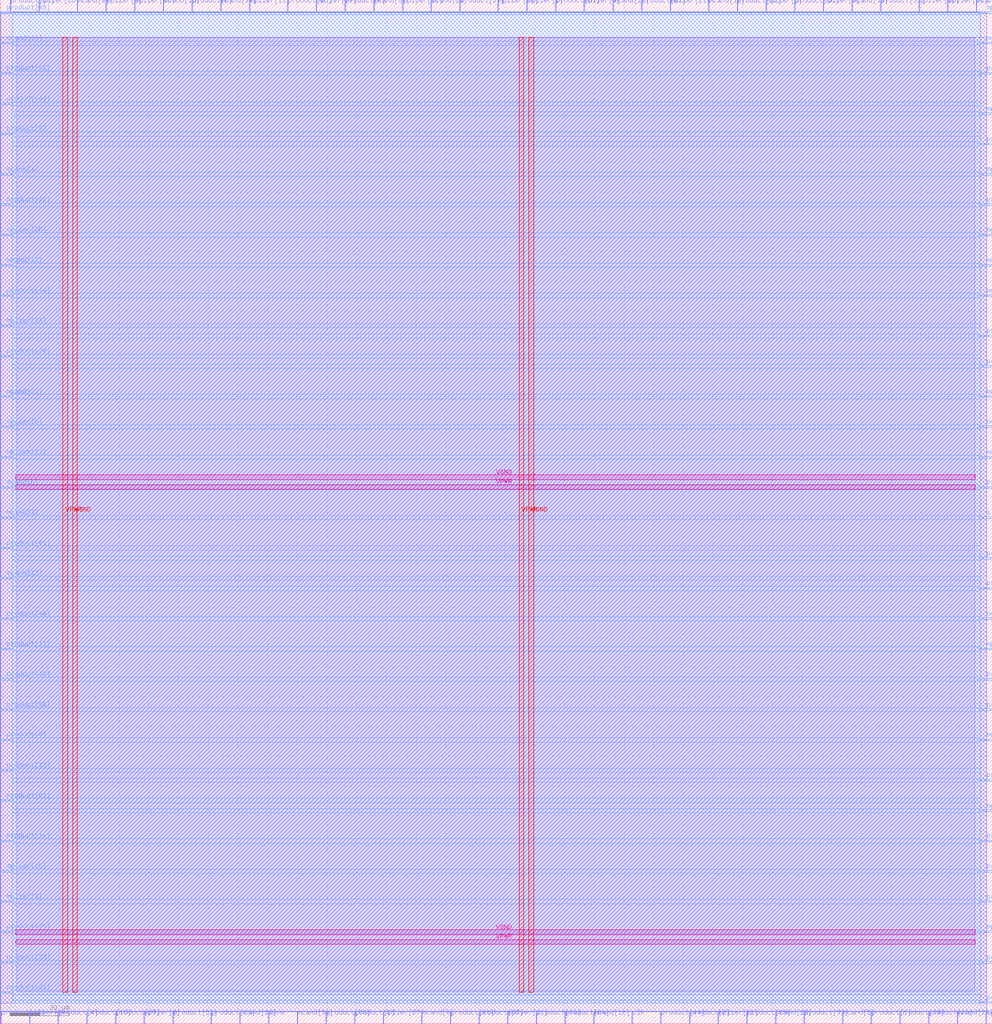
<source format=lef>
VERSION 5.7 ;
  NOWIREEXTENSIONATPIN ON ;
  DIVIDERCHAR "/" ;
  BUSBITCHARS "[]" ;
MACRO sequential_multiplier_32x32
  CLASS BLOCK ;
  FOREIGN sequential_multiplier_32x32 ;
  ORIGIN 0.000 0.000 ;
  SIZE 333.955 BY 344.675 ;
  PIN VGND
    DIRECTION INOUT ;
    USE GROUND ;
    PORT
      LAYER met4 ;
        RECT 24.340 10.640 25.940 332.080 ;
    END
    PORT
      LAYER met4 ;
        RECT 177.940 10.640 179.540 332.080 ;
    END
    PORT
      LAYER met5 ;
        RECT 5.280 30.030 328.220 31.630 ;
    END
    PORT
      LAYER met5 ;
        RECT 5.280 183.210 328.220 184.810 ;
    END
  END VGND
  PIN VPWR
    DIRECTION INOUT ;
    USE POWER ;
    PORT
      LAYER met4 ;
        RECT 21.040 10.640 22.640 332.080 ;
    END
    PORT
      LAYER met4 ;
        RECT 174.640 10.640 176.240 332.080 ;
    END
    PORT
      LAYER met5 ;
        RECT 5.280 26.730 328.220 28.330 ;
    END
    PORT
      LAYER met5 ;
        RECT 5.280 179.910 328.220 181.510 ;
    END
  END VPWR
  PIN clk
    DIRECTION INPUT ;
    USE SIGNAL ;
    ANTENNAGATEAREA 0.852000 ;
    PORT
      LAYER met2 ;
        RECT 212.610 0.000 212.890 4.000 ;
    END
  END clk
  PIN done
    DIRECTION OUTPUT TRISTATE ;
    USE SIGNAL ;
    ANTENNADIFFAREA 0.795200 ;
    PORT
      LAYER met2 ;
        RECT 90.250 0.000 90.530 4.000 ;
    END
  END done
  PIN mcand[0]
    DIRECTION INPUT ;
    USE SIGNAL ;
    ANTENNAGATEAREA 0.213000 ;
    PORT
      LAYER met2 ;
        RECT 141.770 0.000 142.050 4.000 ;
    END
  END mcand[0]
  PIN mcand[10]
    DIRECTION INPUT ;
    USE SIGNAL ;
    ANTENNAGATEAREA 0.213000 ;
    PORT
      LAYER met2 ;
        RECT 199.730 0.000 200.010 4.000 ;
    END
  END mcand[10]
  PIN mcand[11]
    DIRECTION INPUT ;
    USE SIGNAL ;
    ANTENNAGATEAREA 0.159000 ;
    PORT
      LAYER met3 ;
        RECT 0.000 329.840 4.000 330.440 ;
    END
  END mcand[11]
  PIN mcand[12]
    DIRECTION INPUT ;
    USE SIGNAL ;
    ANTENNAGATEAREA 0.159000 ;
    PORT
      LAYER met3 ;
        RECT 0.000 149.640 4.000 150.240 ;
    END
  END mcand[12]
  PIN mcand[13]
    DIRECTION INPUT ;
    USE SIGNAL ;
    ANTENNAGATEAREA 0.213000 ;
    PORT
      LAYER met3 ;
        RECT 329.955 244.840 333.955 245.440 ;
    END
  END mcand[13]
  PIN mcand[14]
    DIRECTION INPUT ;
    USE SIGNAL ;
    ANTENNAGATEAREA 0.213000 ;
    PORT
      LAYER met3 ;
        RECT 329.955 95.240 333.955 95.840 ;
    END
  END mcand[14]
  PIN mcand[15]
    DIRECTION INPUT ;
    USE SIGNAL ;
    ANTENNAGATEAREA 0.159000 ;
    PORT
      LAYER met2 ;
        RECT 54.830 340.675 55.110 344.675 ;
    END
  END mcand[15]
  PIN mcand[16]
    DIRECTION INPUT ;
    USE SIGNAL ;
    ANTENNAGATEAREA 0.213000 ;
    PORT
      LAYER met3 ;
        RECT 329.955 190.440 333.955 191.040 ;
    END
  END mcand[16]
  PIN mcand[17]
    DIRECTION INPUT ;
    USE SIGNAL ;
    ANTENNAGATEAREA 0.196500 ;
    PORT
      LAYER met2 ;
        RECT 238.370 340.675 238.650 344.675 ;
    END
  END mcand[17]
  PIN mcand[18]
    DIRECTION INPUT ;
    USE SIGNAL ;
    ANTENNAGATEAREA 0.196500 ;
    PORT
      LAYER met2 ;
        RECT 286.670 340.675 286.950 344.675 ;
    END
  END mcand[18]
  PIN mcand[19]
    DIRECTION INPUT ;
    USE SIGNAL ;
    ANTENNAGATEAREA 0.213000 ;
    PORT
      LAYER met2 ;
        RECT 328.530 340.675 328.810 344.675 ;
    END
  END mcand[19]
  PIN mcand[1]
    DIRECTION INPUT ;
    USE SIGNAL ;
    ANTENNAGATEAREA 0.213000 ;
    PORT
      LAYER met3 ;
        RECT 329.955 200.640 333.955 201.240 ;
    END
  END mcand[1]
  PIN mcand[20]
    DIRECTION INPUT ;
    USE SIGNAL ;
    ANTENNAGATEAREA 0.126000 ;
    PORT
      LAYER met3 ;
        RECT 329.955 255.040 333.955 255.640 ;
    END
  END mcand[20]
  PIN mcand[21]
    DIRECTION INPUT ;
    USE SIGNAL ;
    ANTENNAGATEAREA 0.159000 ;
    PORT
      LAYER met2 ;
        RECT 80.590 0.000 80.870 4.000 ;
    END
  END mcand[21]
  PIN mcand[22]
    DIRECTION INPUT ;
    USE SIGNAL ;
    ANTENNAGATEAREA 0.213000 ;
    PORT
      LAYER met3 ;
        RECT 0.000 210.840 4.000 211.440 ;
    END
  END mcand[22]
  PIN mcand[23]
    DIRECTION INPUT ;
    USE SIGNAL ;
    ANTENNAGATEAREA 0.159000 ;
    PORT
      LAYER met2 ;
        RECT 260.910 0.000 261.190 4.000 ;
    END
  END mcand[23]
  PIN mcand[24]
    DIRECTION INPUT ;
    USE SIGNAL ;
    ANTENNAGATEAREA 0.213000 ;
    PORT
      LAYER met2 ;
        RECT 144.990 340.675 145.270 344.675 ;
    END
  END mcand[24]
  PIN mcand[25]
    DIRECTION INPUT ;
    USE SIGNAL ;
    ANTENNAGATEAREA 0.159000 ;
    PORT
      LAYER met2 ;
        RECT 322.090 0.000 322.370 4.000 ;
    END
  END mcand[25]
  PIN mcand[26]
    DIRECTION INPUT ;
    USE SIGNAL ;
    ANTENNAGATEAREA 0.159000 ;
    PORT
      LAYER met2 ;
        RECT 331.750 0.000 332.030 4.000 ;
    END
  END mcand[26]
  PIN mcand[27]
    DIRECTION INPUT ;
    USE SIGNAL ;
    ANTENNAGATEAREA 0.159000 ;
    PORT
      LAYER met2 ;
        RECT 206.170 340.675 206.450 344.675 ;
    END
  END mcand[27]
  PIN mcand[28]
    DIRECTION INPUT ;
    USE SIGNAL ;
    ANTENNAGATEAREA 0.213000 ;
    PORT
      LAYER met3 ;
        RECT 329.955 210.840 333.955 211.440 ;
    END
  END mcand[28]
  PIN mcand[29]
    DIRECTION INPUT ;
    USE SIGNAL ;
    ANTENNAGATEAREA 0.213000 ;
    PORT
      LAYER met2 ;
        RECT 74.150 340.675 74.430 344.675 ;
    END
  END mcand[29]
  PIN mcand[2]
    DIRECTION INPUT ;
    USE SIGNAL ;
    ANTENNAGATEAREA 0.213000 ;
    PORT
      LAYER met2 ;
        RECT 283.450 0.000 283.730 4.000 ;
    END
  END mcand[2]
  PIN mcand[30]
    DIRECTION INPUT ;
    USE SIGNAL ;
    ANTENNAGATEAREA 0.213000 ;
    PORT
      LAYER met2 ;
        RECT 99.910 0.000 100.190 4.000 ;
    END
  END mcand[30]
  PIN mcand[31]
    DIRECTION INPUT ;
    USE SIGNAL ;
    ANTENNAGATEAREA 0.126000 ;
    PORT
      LAYER met3 ;
        RECT 0.000 255.040 4.000 255.640 ;
    END
  END mcand[31]
  PIN mcand[3]
    DIRECTION INPUT ;
    USE SIGNAL ;
    ANTENNAGATEAREA 0.213000 ;
    PORT
      LAYER met3 ;
        RECT 0.000 170.040 4.000 170.640 ;
    END
  END mcand[3]
  PIN mcand[4]
    DIRECTION INPUT ;
    USE SIGNAL ;
    ANTENNAGATEAREA 0.159000 ;
    PORT
      LAYER met3 ;
        RECT 0.000 285.640 4.000 286.240 ;
    END
  END mcand[4]
  PIN mcand[5]
    DIRECTION INPUT ;
    USE SIGNAL ;
    ANTENNAGATEAREA 0.213000 ;
    PORT
      LAYER met2 ;
        RECT 125.670 340.675 125.950 344.675 ;
    END
  END mcand[5]
  PIN mcand[6]
    DIRECTION INPUT ;
    USE SIGNAL ;
    ANTENNAGATEAREA 0.159000 ;
    PORT
      LAYER met3 ;
        RECT 0.000 180.240 4.000 180.840 ;
    END
  END mcand[6]
  PIN mcand[7]
    DIRECTION INPUT ;
    USE SIGNAL ;
    ANTENNAGATEAREA 0.213000 ;
    PORT
      LAYER met3 ;
        RECT 329.955 136.040 333.955 136.640 ;
    END
  END mcand[7]
  PIN mcand[8]
    DIRECTION INPUT ;
    USE SIGNAL ;
    ANTENNAGATEAREA 0.126000 ;
    PORT
      LAYER met2 ;
        RECT 25.850 340.675 26.130 344.675 ;
    END
  END mcand[8]
  PIN mcand[9]
    DIRECTION INPUT ;
    USE SIGNAL ;
    ANTENNAGATEAREA 0.159000 ;
    PORT
      LAYER met3 ;
        RECT 329.955 329.840 333.955 330.440 ;
    END
  END mcand[9]
  PIN mplier[0]
    DIRECTION INPUT ;
    USE SIGNAL ;
    ANTENNAGATEAREA 0.213000 ;
    PORT
      LAYER met3 ;
        RECT 329.955 30.640 333.955 31.240 ;
    END
  END mplier[0]
  PIN mplier[10]
    DIRECTION INPUT ;
    USE SIGNAL ;
    ANTENNAGATEAREA 0.213000 ;
    PORT
      LAYER met2 ;
        RECT 45.170 340.675 45.450 344.675 ;
    END
  END mplier[10]
  PIN mplier[11]
    DIRECTION INPUT ;
    USE SIGNAL ;
    ANTENNAGATEAREA 0.213000 ;
    PORT
      LAYER met2 ;
        RECT 135.330 340.675 135.610 344.675 ;
    END
  END mplier[11]
  PIN mplier[12]
    DIRECTION INPUT ;
    USE SIGNAL ;
    ANTENNAGATEAREA 0.126000 ;
    PORT
      LAYER met3 ;
        RECT 0.000 190.440 4.000 191.040 ;
    END
  END mplier[12]
  PIN mplier[13]
    DIRECTION INPUT ;
    USE SIGNAL ;
    ANTENNAGATEAREA 0.213000 ;
    PORT
      LAYER met2 ;
        RECT 83.810 340.675 84.090 344.675 ;
    END
  END mplier[13]
  PIN mplier[14]
    DIRECTION INPUT ;
    USE SIGNAL ;
    ANTENNAGATEAREA 0.213000 ;
    PORT
      LAYER met3 ;
        RECT 329.955 306.040 333.955 306.640 ;
    END
  END mplier[14]
  PIN mplier[15]
    DIRECTION INPUT ;
    USE SIGNAL ;
    ANTENNAGATEAREA 0.196500 ;
    PORT
      LAYER met3 ;
        RECT 0.000 51.040 4.000 51.640 ;
    END
  END mplier[15]
  PIN mplier[16]
    DIRECTION INPUT ;
    USE SIGNAL ;
    ANTENNAGATEAREA 0.196500 ;
    PORT
      LAYER met3 ;
        RECT 329.955 125.840 333.955 126.440 ;
    END
  END mplier[16]
  PIN mplier[17]
    DIRECTION INPUT ;
    USE SIGNAL ;
    ANTENNAGATEAREA 0.159000 ;
    PORT
      LAYER met2 ;
        RECT 309.210 340.675 309.490 344.675 ;
    END
  END mplier[17]
  PIN mplier[18]
    DIRECTION INPUT ;
    USE SIGNAL ;
    ANTENNAGATEAREA 0.159000 ;
    PORT
      LAYER met3 ;
        RECT 329.955 265.240 333.955 265.840 ;
    END
  END mplier[18]
  PIN mplier[19]
    DIRECTION INPUT ;
    USE SIGNAL ;
    ANTENNAGATEAREA 0.196500 ;
    PORT
      LAYER met3 ;
        RECT 329.955 71.440 333.955 72.040 ;
    END
  END mplier[19]
  PIN mplier[1]
    DIRECTION INPUT ;
    USE SIGNAL ;
    ANTENNAGATEAREA 0.213000 ;
    PORT
      LAYER met2 ;
        RECT 177.190 340.675 177.470 344.675 ;
    END
  END mplier[1]
  PIN mplier[20]
    DIRECTION INPUT ;
    USE SIGNAL ;
    ANTENNAGATEAREA 0.213000 ;
    PORT
      LAYER met2 ;
        RECT 9.750 0.000 10.030 4.000 ;
    END
  END mplier[20]
  PIN mplier[21]
    DIRECTION INPUT ;
    USE SIGNAL ;
    ANTENNAGATEAREA 0.213000 ;
    PORT
      LAYER met2 ;
        RECT 225.490 340.675 225.770 344.675 ;
    END
  END mplier[21]
  PIN mplier[22]
    DIRECTION INPUT ;
    USE SIGNAL ;
    ANTENNAGATEAREA 0.196500 ;
    PORT
      LAYER met2 ;
        RECT 241.590 0.000 241.870 4.000 ;
    END
  END mplier[22]
  PIN mplier[23]
    DIRECTION INPUT ;
    USE SIGNAL ;
    ANTENNAGATEAREA 0.159000 ;
    PORT
      LAYER met2 ;
        RECT 318.870 340.675 319.150 344.675 ;
    END
  END mplier[23]
  PIN mplier[24]
    DIRECTION INPUT ;
    USE SIGNAL ;
    ANTENNAGATEAREA 0.159000 ;
    PORT
      LAYER met3 ;
        RECT 0.000 234.640 4.000 235.240 ;
    END
  END mplier[24]
  PIN mplier[25]
    DIRECTION INPUT ;
    USE SIGNAL ;
    ANTENNAGATEAREA 0.159000 ;
    PORT
      LAYER met3 ;
        RECT 0.000 265.240 4.000 265.840 ;
    END
  END mplier[25]
  PIN mplier[26]
    DIRECTION INPUT ;
    USE SIGNAL ;
    ANTENNAGATEAREA 0.159000 ;
    PORT
      LAYER met2 ;
        RECT 12.970 340.675 13.250 344.675 ;
    END
  END mplier[26]
  PIN mplier[27]
    DIRECTION INPUT ;
    USE SIGNAL ;
    ANTENNAGATEAREA 0.196500 ;
    PORT
      LAYER met2 ;
        RECT 128.890 0.000 129.170 4.000 ;
    END
  END mplier[27]
  PIN mplier[28]
    DIRECTION INPUT ;
    USE SIGNAL ;
    ANTENNAGATEAREA 0.213000 ;
    PORT
      LAYER met2 ;
        RECT 167.530 340.675 167.810 344.675 ;
    END
  END mplier[28]
  PIN mplier[29]
    DIRECTION INPUT ;
    USE SIGNAL ;
    ANTENNAGATEAREA 0.159000 ;
    PORT
      LAYER met2 ;
        RECT 106.350 340.675 106.630 344.675 ;
    END
  END mplier[29]
  PIN mplier[2]
    DIRECTION INPUT ;
    USE SIGNAL ;
    ANTENNAGATEAREA 0.126000 ;
    PORT
      LAYER met2 ;
        RECT 48.390 0.000 48.670 4.000 ;
    END
  END mplier[2]
  PIN mplier[30]
    DIRECTION INPUT ;
    USE SIGNAL ;
    ANTENNAGATEAREA 0.159000 ;
    PORT
      LAYER met3 ;
        RECT 329.955 340.040 333.955 340.640 ;
    END
  END mplier[30]
  PIN mplier[31]
    DIRECTION INPUT ;
    USE SIGNAL ;
    ANTENNAGATEAREA 0.196500 ;
    PORT
      LAYER met2 ;
        RECT 170.750 0.000 171.030 4.000 ;
    END
  END mplier[31]
  PIN mplier[3]
    DIRECTION INPUT ;
    USE SIGNAL ;
    ANTENNAGATEAREA 0.126000 ;
    PORT
      LAYER met3 ;
        RECT 0.000 40.840 4.000 41.440 ;
    END
  END mplier[3]
  PIN mplier[4]
    DIRECTION INPUT ;
    USE SIGNAL ;
    ANTENNAGATEAREA 0.213000 ;
    PORT
      LAYER met2 ;
        RECT 196.510 340.675 196.790 344.675 ;
    END
  END mplier[4]
  PIN mplier[5]
    DIRECTION INPUT ;
    USE SIGNAL ;
    ANTENNAGATEAREA 0.159000 ;
    PORT
      LAYER met2 ;
        RECT 257.690 340.675 257.970 344.675 ;
    END
  END mplier[5]
  PIN mplier[6]
    DIRECTION INPUT ;
    USE SIGNAL ;
    ANTENNAGATEAREA 0.213000 ;
    PORT
      LAYER met3 ;
        RECT 0.000 200.640 4.000 201.240 ;
    END
  END mplier[6]
  PIN mplier[7]
    DIRECTION INPUT ;
    USE SIGNAL ;
    ANTENNAGATEAREA 0.159000 ;
    PORT
      LAYER met3 ;
        RECT 329.955 285.640 333.955 286.240 ;
    END
  END mplier[7]
  PIN mplier[8]
    DIRECTION INPUT ;
    USE SIGNAL ;
    ANTENNAGATEAREA 0.159000 ;
    PORT
      LAYER met2 ;
        RECT 277.010 340.675 277.290 344.675 ;
    END
  END mplier[8]
  PIN mplier[9]
    DIRECTION INPUT ;
    USE SIGNAL ;
    ANTENNAGATEAREA 0.213000 ;
    PORT
      LAYER met2 ;
        RECT 35.510 340.675 35.790 344.675 ;
    END
  END mplier[9]
  PIN product[0]
    DIRECTION OUTPUT TRISTATE ;
    USE SIGNAL ;
    ANTENNADIFFAREA 0.795200 ;
    PORT
      LAYER met2 ;
        RECT 116.010 340.675 116.290 344.675 ;
    END
  END product[0]
  PIN product[10]
    DIRECTION OUTPUT TRISTATE ;
    USE SIGNAL ;
    ANTENNADIFFAREA 0.795200 ;
    PORT
      LAYER met3 ;
        RECT 0.000 61.240 4.000 61.840 ;
    END
  END product[10]
  PIN product[11]
    DIRECTION OUTPUT TRISTATE ;
    USE SIGNAL ;
    ANTENNADIFFAREA 0.795200 ;
    PORT
      LAYER met3 ;
        RECT 0.000 125.840 4.000 126.440 ;
    END
  END product[11]
  PIN product[12]
    DIRECTION OUTPUT TRISTATE ;
    USE SIGNAL ;
    ANTENNADIFFAREA 0.445500 ;
    PORT
      LAYER met3 ;
        RECT 329.955 146.240 333.955 146.840 ;
    END
  END product[12]
  PIN product[13]
    DIRECTION OUTPUT TRISTATE ;
    USE SIGNAL ;
    ANTENNADIFFAREA 0.445500 ;
    PORT
      LAYER met3 ;
        RECT 329.955 105.440 333.955 106.040 ;
    END
  END product[13]
  PIN product[14]
    DIRECTION OUTPUT TRISTATE ;
    USE SIGNAL ;
    ANTENNADIFFAREA 0.795200 ;
    PORT
      LAYER met3 ;
        RECT 0.000 244.840 4.000 245.440 ;
    END
  END product[14]
  PIN product[15]
    DIRECTION OUTPUT TRISTATE ;
    USE SIGNAL ;
    ANTENNADIFFAREA 0.795200 ;
    PORT
      LAYER met2 ;
        RECT 29.070 0.000 29.350 4.000 ;
    END
  END product[15]
  PIN product[16]
    DIRECTION OUTPUT TRISTATE ;
    USE SIGNAL ;
    ANTENNADIFFAREA 0.795200 ;
    PORT
      LAYER met3 ;
        RECT 329.955 6.840 333.955 7.440 ;
    END
  END product[16]
  PIN product[17]
    DIRECTION OUTPUT TRISTATE ;
    USE SIGNAL ;
    ANTENNADIFFAREA 0.795200 ;
    PORT
      LAYER met3 ;
        RECT 329.955 115.640 333.955 116.240 ;
    END
  END product[17]
  PIN product[18]
    DIRECTION OUTPUT TRISTATE ;
    USE SIGNAL ;
    ANTENNADIFFAREA 0.795200 ;
    PORT
      LAYER met3 ;
        RECT 0.000 85.040 4.000 85.640 ;
    END
  END product[18]
  PIN product[19]
    DIRECTION OUTPUT TRISTATE ;
    USE SIGNAL ;
    ANTENNADIFFAREA 0.795200 ;
    PORT
      LAYER met3 ;
        RECT 329.955 61.240 333.955 61.840 ;
    END
  END product[19]
  PIN product[1]
    DIRECTION OUTPUT TRISTATE ;
    USE SIGNAL ;
    ANTENNADIFFAREA 0.795200 ;
    PORT
      LAYER met2 ;
        RECT 293.110 0.000 293.390 4.000 ;
    END
  END product[1]
  PIN product[20]
    DIRECTION OUTPUT TRISTATE ;
    USE SIGNAL ;
    ANTENNADIFFAREA 0.795200 ;
    PORT
      LAYER met2 ;
        RECT 151.430 0.000 151.710 4.000 ;
    END
  END product[20]
  PIN product[21]
    DIRECTION OUTPUT TRISTATE ;
    USE SIGNAL ;
    ANTENNADIFFAREA 0.795200 ;
    PORT
      LAYER met3 ;
        RECT 0.000 10.240 4.000 10.840 ;
    END
  END product[21]
  PIN product[22]
    DIRECTION OUTPUT TRISTATE ;
    USE SIGNAL ;
    ANTENNADIFFAREA 0.445500 ;
    PORT
      LAYER met3 ;
        RECT 329.955 319.640 333.955 320.240 ;
    END
  END product[22]
  PIN product[23]
    DIRECTION OUTPUT TRISTATE ;
    USE SIGNAL ;
    ANTENNADIFFAREA 0.795200 ;
    PORT
      LAYER met2 ;
        RECT 70.930 0.000 71.210 4.000 ;
    END
  END product[23]
  PIN product[24]
    DIRECTION OUTPUT TRISTATE ;
    USE SIGNAL ;
    ANTENNADIFFAREA 0.795200 ;
    PORT
      LAYER met3 ;
        RECT 329.955 40.840 333.955 41.440 ;
    END
  END product[24]
  PIN product[25]
    DIRECTION OUTPUT TRISTATE ;
    USE SIGNAL ;
    ANTENNADIFFAREA 0.795200 ;
    PORT
      LAYER met3 ;
        RECT 0.000 30.640 4.000 31.240 ;
    END
  END product[25]
  PIN product[26]
    DIRECTION OUTPUT TRISTATE ;
    USE SIGNAL ;
    ANTENNADIFFAREA 0.795200 ;
    PORT
      LAYER met2 ;
        RECT 312.430 0.000 312.710 4.000 ;
    END
  END product[26]
  PIN product[27]
    DIRECTION OUTPUT TRISTATE ;
    USE SIGNAL ;
    ANTENNADIFFAREA 0.795200 ;
    PORT
      LAYER met2 ;
        RECT 154.650 340.675 154.930 344.675 ;
    END
  END product[27]
  PIN product[28]
    DIRECTION OUTPUT TRISTATE ;
    USE SIGNAL ;
    ANTENNADIFFAREA 0.795200 ;
    PORT
      LAYER met2 ;
        RECT 251.250 0.000 251.530 4.000 ;
    END
  END product[28]
  PIN product[29]
    DIRECTION OUTPUT TRISTATE ;
    USE SIGNAL ;
    ANTENNADIFFAREA 0.795200 ;
    PORT
      LAYER met2 ;
        RECT 38.730 0.000 39.010 4.000 ;
    END
  END product[29]
  PIN product[2]
    DIRECTION OUTPUT TRISTATE ;
    USE SIGNAL ;
    ANTENNADIFFAREA 0.795200 ;
    PORT
      LAYER met2 ;
        RECT 119.230 0.000 119.510 4.000 ;
    END
  END product[2]
  PIN product[30]
    DIRECTION OUTPUT TRISTATE ;
    USE SIGNAL ;
    ANTENNADIFFAREA 0.445500 ;
    PORT
      LAYER met3 ;
        RECT 329.955 20.440 333.955 21.040 ;
    END
  END product[30]
  PIN product[31]
    DIRECTION OUTPUT TRISTATE ;
    USE SIGNAL ;
    ANTENNADIFFAREA 0.445500 ;
    PORT
      LAYER met3 ;
        RECT 329.955 231.240 333.955 231.840 ;
    END
  END product[31]
  PIN product[32]
    DIRECTION OUTPUT TRISTATE ;
    USE SIGNAL ;
    ANTENNADIFFAREA 0.795200 ;
    PORT
      LAYER met3 ;
        RECT 329.955 156.440 333.955 157.040 ;
    END
  END product[32]
  PIN product[33]
    DIRECTION OUTPUT TRISTATE ;
    USE SIGNAL ;
    ANTENNADIFFAREA 0.795200 ;
    PORT
      LAYER met2 ;
        RECT 270.570 0.000 270.850 4.000 ;
    END
  END product[33]
  PIN product[34]
    DIRECTION OUTPUT TRISTATE ;
    USE SIGNAL ;
    ANTENNADIFFAREA 0.795200 ;
    PORT
      LAYER met3 ;
        RECT 0.000 224.440 4.000 225.040 ;
    END
  END product[34]
  PIN product[35]
    DIRECTION OUTPUT TRISTATE ;
    USE SIGNAL ;
    ANTENNADIFFAREA 0.445500 ;
    PORT
      LAYER met3 ;
        RECT 329.955 81.640 333.955 82.240 ;
    END
  END product[35]
  PIN product[36]
    DIRECTION OUTPUT TRISTATE ;
    USE SIGNAL ;
    ANTENNADIFFAREA 0.795200 ;
    PORT
      LAYER met3 ;
        RECT 0.000 20.440 4.000 21.040 ;
    END
  END product[36]
  PIN product[37]
    DIRECTION OUTPUT TRISTATE ;
    USE SIGNAL ;
    ANTENNADIFFAREA 0.445500 ;
    PORT
      LAYER met3 ;
        RECT 329.955 180.240 333.955 180.840 ;
    END
  END product[37]
  PIN product[38]
    DIRECTION OUTPUT TRISTATE ;
    USE SIGNAL ;
    ANTENNADIFFAREA 0.795200 ;
    PORT
      LAYER met3 ;
        RECT 329.955 275.440 333.955 276.040 ;
    END
  END product[38]
  PIN product[39]
    DIRECTION OUTPUT TRISTATE ;
    USE SIGNAL ;
    ANTENNADIFFAREA 0.795200 ;
    PORT
      LAYER met2 ;
        RECT 302.770 0.000 303.050 4.000 ;
    END
  END product[39]
  PIN product[3]
    DIRECTION OUTPUT TRISTATE ;
    USE SIGNAL ;
    ANTENNADIFFAREA 0.795200 ;
    PORT
      LAYER met3 ;
        RECT 329.955 295.840 333.955 296.440 ;
    END
  END product[3]
  PIN product[40]
    DIRECTION OUTPUT TRISTATE ;
    USE SIGNAL ;
    ANTENNADIFFAREA 0.795200 ;
    PORT
      LAYER met3 ;
        RECT 0.000 309.440 4.000 310.040 ;
    END
  END product[40]
  PIN product[41]
    DIRECTION OUTPUT TRISTATE ;
    USE SIGNAL ;
    ANTENNADIFFAREA 0.795200 ;
    PORT
      LAYER met3 ;
        RECT 0.000 159.840 4.000 160.440 ;
    END
  END product[41]
  PIN product[42]
    DIRECTION OUTPUT TRISTATE ;
    USE SIGNAL ;
    ANTENNADIFFAREA 0.795200 ;
    PORT
      LAYER met3 ;
        RECT 0.000 115.640 4.000 116.240 ;
    END
  END product[42]
  PIN product[43]
    DIRECTION OUTPUT TRISTATE ;
    USE SIGNAL ;
    ANTENNADIFFAREA 0.795200 ;
    PORT
      LAYER met2 ;
        RECT 0.090 0.000 0.370 4.000 ;
    END
  END product[43]
  PIN product[44]
    DIRECTION OUTPUT TRISTATE ;
    USE SIGNAL ;
    ANTENNADIFFAREA 0.795200 ;
    PORT
      LAYER met2 ;
        RECT 222.270 0.000 222.550 4.000 ;
    END
  END product[44]
  PIN product[45]
    DIRECTION OUTPUT TRISTATE ;
    USE SIGNAL ;
    ANTENNADIFFAREA 0.795200 ;
    PORT
      LAYER met3 ;
        RECT 0.000 340.040 4.000 340.640 ;
    END
  END product[45]
  PIN product[46]
    DIRECTION OUTPUT TRISTATE ;
    USE SIGNAL ;
    ANTENNADIFFAREA 0.795200 ;
    PORT
      LAYER met2 ;
        RECT 96.690 340.675 96.970 344.675 ;
    END
  END product[46]
  PIN product[47]
    DIRECTION OUTPUT TRISTATE ;
    USE SIGNAL ;
    ANTENNADIFFAREA 0.795200 ;
    PORT
      LAYER met2 ;
        RECT 215.830 340.675 216.110 344.675 ;
    END
  END product[47]
  PIN product[48]
    DIRECTION OUTPUT TRISTATE ;
    USE SIGNAL ;
    ANTENNADIFFAREA 0.795200 ;
    PORT
      LAYER met3 ;
        RECT 0.000 275.440 4.000 276.040 ;
    END
  END product[48]
  PIN product[49]
    DIRECTION OUTPUT TRISTATE ;
    USE SIGNAL ;
    ANTENNADIFFAREA 0.795200 ;
    PORT
      LAYER met3 ;
        RECT 0.000 136.040 4.000 136.640 ;
    END
  END product[49]
  PIN product[4]
    DIRECTION OUTPUT TRISTATE ;
    USE SIGNAL ;
    ANTENNADIFFAREA 0.795200 ;
    PORT
      LAYER met2 ;
        RECT 19.410 0.000 19.690 4.000 ;
    END
  END product[4]
  PIN product[50]
    DIRECTION OUTPUT TRISTATE ;
    USE SIGNAL ;
    ANTENNADIFFAREA 0.795200 ;
    PORT
      LAYER met2 ;
        RECT 267.350 340.675 267.630 344.675 ;
    END
  END product[50]
  PIN product[51]
    DIRECTION OUTPUT TRISTATE ;
    USE SIGNAL ;
    ANTENNADIFFAREA 0.795200 ;
    PORT
      LAYER met2 ;
        RECT 186.850 340.675 187.130 344.675 ;
    END
  END product[51]
  PIN product[52]
    DIRECTION OUTPUT TRISTATE ;
    USE SIGNAL ;
    ANTENNADIFFAREA 0.795200 ;
    PORT
      LAYER met2 ;
        RECT 161.090 0.000 161.370 4.000 ;
    END
  END product[52]
  PIN product[53]
    DIRECTION OUTPUT TRISTATE ;
    USE SIGNAL ;
    ANTENNADIFFAREA 0.795200 ;
    PORT
      LAYER met2 ;
        RECT 296.330 340.675 296.610 344.675 ;
    END
  END product[53]
  PIN product[54]
    DIRECTION OUTPUT TRISTATE ;
    USE SIGNAL ;
    ANTENNADIFFAREA 0.445500 ;
    PORT
      LAYER met3 ;
        RECT 329.955 51.040 333.955 51.640 ;
    END
  END product[54]
  PIN product[55]
    DIRECTION OUTPUT TRISTATE ;
    USE SIGNAL ;
    ANTENNADIFFAREA 0.795200 ;
    PORT
      LAYER met3 ;
        RECT 0.000 319.640 4.000 320.240 ;
    END
  END product[55]
  PIN product[56]
    DIRECTION OUTPUT TRISTATE ;
    USE SIGNAL ;
    ANTENNADIFFAREA 0.795200 ;
    PORT
      LAYER met3 ;
        RECT 0.000 105.440 4.000 106.040 ;
    END
  END product[56]
  PIN product[57]
    DIRECTION OUTPUT TRISTATE ;
    USE SIGNAL ;
    ANTENNADIFFAREA 0.795200 ;
    PORT
      LAYER met2 ;
        RECT 58.050 0.000 58.330 4.000 ;
    END
  END product[57]
  PIN product[58]
    DIRECTION OUTPUT TRISTATE ;
    USE SIGNAL ;
    ANTENNADIFFAREA 0.795200 ;
    PORT
      LAYER met2 ;
        RECT 109.570 0.000 109.850 4.000 ;
    END
  END product[58]
  PIN product[59]
    DIRECTION OUTPUT TRISTATE ;
    USE SIGNAL ;
    ANTENNADIFFAREA 0.795200 ;
    PORT
      LAYER met2 ;
        RECT 180.410 0.000 180.690 4.000 ;
    END
  END product[59]
  PIN product[5]
    DIRECTION OUTPUT TRISTATE ;
    USE SIGNAL ;
    ANTENNADIFFAREA 0.445500 ;
    PORT
      LAYER met3 ;
        RECT 329.955 221.040 333.955 221.640 ;
    END
  END product[5]
  PIN product[60]
    DIRECTION OUTPUT TRISTATE ;
    USE SIGNAL ;
    ANTENNADIFFAREA 0.795200 ;
    PORT
      LAYER met2 ;
        RECT 190.070 0.000 190.350 4.000 ;
    END
  END product[60]
  PIN product[61]
    DIRECTION OUTPUT TRISTATE ;
    USE SIGNAL ;
    ANTENNADIFFAREA 0.795200 ;
    PORT
      LAYER met3 ;
        RECT 0.000 74.840 4.000 75.440 ;
    END
  END product[61]
  PIN product[62]
    DIRECTION OUTPUT TRISTATE ;
    USE SIGNAL ;
    ANTENNADIFFAREA 0.795200 ;
    PORT
      LAYER met2 ;
        RECT 248.030 340.675 248.310 344.675 ;
    END
  END product[62]
  PIN product[63]
    DIRECTION OUTPUT TRISTATE ;
    USE SIGNAL ;
    ANTENNADIFFAREA 0.795200 ;
    PORT
      LAYER met2 ;
        RECT 3.310 340.675 3.590 344.675 ;
    END
  END product[63]
  PIN product[6]
    DIRECTION OUTPUT TRISTATE ;
    USE SIGNAL ;
    ANTENNADIFFAREA 0.795200 ;
    PORT
      LAYER met2 ;
        RECT 64.490 340.675 64.770 344.675 ;
    END
  END product[6]
  PIN product[7]
    DIRECTION OUTPUT TRISTATE ;
    USE SIGNAL ;
    ANTENNADIFFAREA 0.795200 ;
    PORT
      LAYER met2 ;
        RECT 231.930 0.000 232.210 4.000 ;
    END
  END product[7]
  PIN product[8]
    DIRECTION OUTPUT TRISTATE ;
    USE SIGNAL ;
    ANTENNADIFFAREA 0.795200 ;
    PORT
      LAYER met3 ;
        RECT 0.000 95.240 4.000 95.840 ;
    END
  END product[8]
  PIN product[9]
    DIRECTION OUTPUT TRISTATE ;
    USE SIGNAL ;
    ANTENNADIFFAREA 0.795200 ;
    PORT
      LAYER met3 ;
        RECT 0.000 299.240 4.000 299.840 ;
    END
  END product[9]
  PIN st
    DIRECTION INPUT ;
    USE SIGNAL ;
    ANTENNAGATEAREA 0.213000 ;
    PORT
      LAYER met3 ;
        RECT 329.955 170.040 333.955 170.640 ;
    END
  END st
  OBS
      LAYER li1 ;
        RECT 5.520 10.795 327.980 331.925 ;
      LAYER met1 ;
        RECT 0.070 6.840 332.050 332.080 ;
      LAYER met2 ;
        RECT 0.100 340.395 3.030 340.675 ;
        RECT 3.870 340.395 12.690 340.675 ;
        RECT 13.530 340.395 25.570 340.675 ;
        RECT 26.410 340.395 35.230 340.675 ;
        RECT 36.070 340.395 44.890 340.675 ;
        RECT 45.730 340.395 54.550 340.675 ;
        RECT 55.390 340.395 64.210 340.675 ;
        RECT 65.050 340.395 73.870 340.675 ;
        RECT 74.710 340.395 83.530 340.675 ;
        RECT 84.370 340.395 96.410 340.675 ;
        RECT 97.250 340.395 106.070 340.675 ;
        RECT 106.910 340.395 115.730 340.675 ;
        RECT 116.570 340.395 125.390 340.675 ;
        RECT 126.230 340.395 135.050 340.675 ;
        RECT 135.890 340.395 144.710 340.675 ;
        RECT 145.550 340.395 154.370 340.675 ;
        RECT 155.210 340.395 167.250 340.675 ;
        RECT 168.090 340.395 176.910 340.675 ;
        RECT 177.750 340.395 186.570 340.675 ;
        RECT 187.410 340.395 196.230 340.675 ;
        RECT 197.070 340.395 205.890 340.675 ;
        RECT 206.730 340.395 215.550 340.675 ;
        RECT 216.390 340.395 225.210 340.675 ;
        RECT 226.050 340.395 238.090 340.675 ;
        RECT 238.930 340.395 247.750 340.675 ;
        RECT 248.590 340.395 257.410 340.675 ;
        RECT 258.250 340.395 267.070 340.675 ;
        RECT 267.910 340.395 276.730 340.675 ;
        RECT 277.570 340.395 286.390 340.675 ;
        RECT 287.230 340.395 296.050 340.675 ;
        RECT 296.890 340.395 308.930 340.675 ;
        RECT 309.770 340.395 318.590 340.675 ;
        RECT 319.430 340.395 328.250 340.675 ;
        RECT 329.090 340.395 332.020 340.675 ;
        RECT 0.100 4.280 332.020 340.395 ;
        RECT 0.650 4.000 9.470 4.280 ;
        RECT 10.310 4.000 19.130 4.280 ;
        RECT 19.970 4.000 28.790 4.280 ;
        RECT 29.630 4.000 38.450 4.280 ;
        RECT 39.290 4.000 48.110 4.280 ;
        RECT 48.950 4.000 57.770 4.280 ;
        RECT 58.610 4.000 70.650 4.280 ;
        RECT 71.490 4.000 80.310 4.280 ;
        RECT 81.150 4.000 89.970 4.280 ;
        RECT 90.810 4.000 99.630 4.280 ;
        RECT 100.470 4.000 109.290 4.280 ;
        RECT 110.130 4.000 118.950 4.280 ;
        RECT 119.790 4.000 128.610 4.280 ;
        RECT 129.450 4.000 141.490 4.280 ;
        RECT 142.330 4.000 151.150 4.280 ;
        RECT 151.990 4.000 160.810 4.280 ;
        RECT 161.650 4.000 170.470 4.280 ;
        RECT 171.310 4.000 180.130 4.280 ;
        RECT 180.970 4.000 189.790 4.280 ;
        RECT 190.630 4.000 199.450 4.280 ;
        RECT 200.290 4.000 212.330 4.280 ;
        RECT 213.170 4.000 221.990 4.280 ;
        RECT 222.830 4.000 231.650 4.280 ;
        RECT 232.490 4.000 241.310 4.280 ;
        RECT 242.150 4.000 250.970 4.280 ;
        RECT 251.810 4.000 260.630 4.280 ;
        RECT 261.470 4.000 270.290 4.280 ;
        RECT 271.130 4.000 283.170 4.280 ;
        RECT 284.010 4.000 292.830 4.280 ;
        RECT 293.670 4.000 302.490 4.280 ;
        RECT 303.330 4.000 312.150 4.280 ;
        RECT 312.990 4.000 321.810 4.280 ;
        RECT 322.650 4.000 331.470 4.280 ;
      LAYER met3 ;
        RECT 4.400 339.640 329.555 340.505 ;
        RECT 3.990 330.840 329.955 339.640 ;
        RECT 4.400 329.440 329.555 330.840 ;
        RECT 3.990 320.640 329.955 329.440 ;
        RECT 4.400 319.240 329.555 320.640 ;
        RECT 3.990 310.440 329.955 319.240 ;
        RECT 4.400 309.040 329.955 310.440 ;
        RECT 3.990 307.040 329.955 309.040 ;
        RECT 3.990 305.640 329.555 307.040 ;
        RECT 3.990 300.240 329.955 305.640 ;
        RECT 4.400 298.840 329.955 300.240 ;
        RECT 3.990 296.840 329.955 298.840 ;
        RECT 3.990 295.440 329.555 296.840 ;
        RECT 3.990 286.640 329.955 295.440 ;
        RECT 4.400 285.240 329.555 286.640 ;
        RECT 3.990 276.440 329.955 285.240 ;
        RECT 4.400 275.040 329.555 276.440 ;
        RECT 3.990 266.240 329.955 275.040 ;
        RECT 4.400 264.840 329.555 266.240 ;
        RECT 3.990 256.040 329.955 264.840 ;
        RECT 4.400 254.640 329.555 256.040 ;
        RECT 3.990 245.840 329.955 254.640 ;
        RECT 4.400 244.440 329.555 245.840 ;
        RECT 3.990 235.640 329.955 244.440 ;
        RECT 4.400 234.240 329.955 235.640 ;
        RECT 3.990 232.240 329.955 234.240 ;
        RECT 3.990 230.840 329.555 232.240 ;
        RECT 3.990 225.440 329.955 230.840 ;
        RECT 4.400 224.040 329.955 225.440 ;
        RECT 3.990 222.040 329.955 224.040 ;
        RECT 3.990 220.640 329.555 222.040 ;
        RECT 3.990 211.840 329.955 220.640 ;
        RECT 4.400 210.440 329.555 211.840 ;
        RECT 3.990 201.640 329.955 210.440 ;
        RECT 4.400 200.240 329.555 201.640 ;
        RECT 3.990 191.440 329.955 200.240 ;
        RECT 4.400 190.040 329.555 191.440 ;
        RECT 3.990 181.240 329.955 190.040 ;
        RECT 4.400 179.840 329.555 181.240 ;
        RECT 3.990 171.040 329.955 179.840 ;
        RECT 4.400 169.640 329.555 171.040 ;
        RECT 3.990 160.840 329.955 169.640 ;
        RECT 4.400 159.440 329.955 160.840 ;
        RECT 3.990 157.440 329.955 159.440 ;
        RECT 3.990 156.040 329.555 157.440 ;
        RECT 3.990 150.640 329.955 156.040 ;
        RECT 4.400 149.240 329.955 150.640 ;
        RECT 3.990 147.240 329.955 149.240 ;
        RECT 3.990 145.840 329.555 147.240 ;
        RECT 3.990 137.040 329.955 145.840 ;
        RECT 4.400 135.640 329.555 137.040 ;
        RECT 3.990 126.840 329.955 135.640 ;
        RECT 4.400 125.440 329.555 126.840 ;
        RECT 3.990 116.640 329.955 125.440 ;
        RECT 4.400 115.240 329.555 116.640 ;
        RECT 3.990 106.440 329.955 115.240 ;
        RECT 4.400 105.040 329.555 106.440 ;
        RECT 3.990 96.240 329.955 105.040 ;
        RECT 4.400 94.840 329.555 96.240 ;
        RECT 3.990 86.040 329.955 94.840 ;
        RECT 4.400 84.640 329.955 86.040 ;
        RECT 3.990 82.640 329.955 84.640 ;
        RECT 3.990 81.240 329.555 82.640 ;
        RECT 3.990 75.840 329.955 81.240 ;
        RECT 4.400 74.440 329.955 75.840 ;
        RECT 3.990 72.440 329.955 74.440 ;
        RECT 3.990 71.040 329.555 72.440 ;
        RECT 3.990 62.240 329.955 71.040 ;
        RECT 4.400 60.840 329.555 62.240 ;
        RECT 3.990 52.040 329.955 60.840 ;
        RECT 4.400 50.640 329.555 52.040 ;
        RECT 3.990 41.840 329.955 50.640 ;
        RECT 4.400 40.440 329.555 41.840 ;
        RECT 3.990 31.640 329.955 40.440 ;
        RECT 4.400 30.240 329.555 31.640 ;
        RECT 3.990 21.440 329.955 30.240 ;
        RECT 4.400 20.040 329.555 21.440 ;
        RECT 3.990 11.240 329.955 20.040 ;
        RECT 4.400 9.840 329.955 11.240 ;
        RECT 3.990 7.840 329.955 9.840 ;
        RECT 3.990 6.975 329.555 7.840 ;
  END
END sequential_multiplier_32x32
END LIBRARY


</source>
